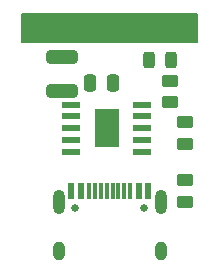
<source format=gbr>
%TF.GenerationSoftware,KiCad,Pcbnew,7.0.9-1.fc38*%
%TF.CreationDate,2024-01-22T08:05:40+08:00*%
%TF.ProjectId,PD_Decoy,50445f44-6563-46f7-992e-6b696361645f,rev?*%
%TF.SameCoordinates,Original*%
%TF.FileFunction,Soldermask,Top*%
%TF.FilePolarity,Negative*%
%FSLAX46Y46*%
G04 Gerber Fmt 4.6, Leading zero omitted, Abs format (unit mm)*
G04 Created by KiCad (PCBNEW 7.0.9-1.fc38) date 2024-01-22 08:05:40*
%MOMM*%
%LPD*%
G01*
G04 APERTURE LIST*
G04 Aperture macros list*
%AMRoundRect*
0 Rectangle with rounded corners*
0 $1 Rounding radius*
0 $2 $3 $4 $5 $6 $7 $8 $9 X,Y pos of 4 corners*
0 Add a 4 corners polygon primitive as box body*
4,1,4,$2,$3,$4,$5,$6,$7,$8,$9,$2,$3,0*
0 Add four circle primitives for the rounded corners*
1,1,$1+$1,$2,$3*
1,1,$1+$1,$4,$5*
1,1,$1+$1,$6,$7*
1,1,$1+$1,$8,$9*
0 Add four rect primitives between the rounded corners*
20,1,$1+$1,$2,$3,$4,$5,0*
20,1,$1+$1,$4,$5,$6,$7,0*
20,1,$1+$1,$6,$7,$8,$9,0*
20,1,$1+$1,$8,$9,$2,$3,0*%
G04 Aperture macros list end*
%ADD10RoundRect,0.250000X-0.250000X-0.475000X0.250000X-0.475000X0.250000X0.475000X-0.250000X0.475000X0*%
%ADD11C,0.650000*%
%ADD12R,0.600000X1.450000*%
%ADD13R,0.300000X1.450000*%
%ADD14O,1.000000X2.100000*%
%ADD15O,1.000000X1.600000*%
%ADD16RoundRect,0.243750X0.243750X0.456250X-0.243750X0.456250X-0.243750X-0.456250X0.243750X-0.456250X0*%
%ADD17RoundRect,0.250000X-0.450000X0.262500X-0.450000X-0.262500X0.450000X-0.262500X0.450000X0.262500X0*%
%ADD18RoundRect,0.250000X0.450000X-0.262500X0.450000X0.262500X-0.450000X0.262500X-0.450000X-0.262500X0*%
%ADD19R,2.100000X3.300000*%
%ADD20R,1.500000X0.600000*%
%ADD21RoundRect,0.250000X-1.075000X0.312500X-1.075000X-0.312500X1.075000X-0.312500X1.075000X0.312500X0*%
G04 APERTURE END LIST*
D10*
%TO.C,C1*%
X18168000Y-18070000D03*
X20068000Y-18070000D03*
%TD*%
D11*
%TO.C,J1*%
X16926000Y-28644000D03*
X22706000Y-28644000D03*
D12*
X16566000Y-27199000D03*
X17366000Y-27199000D03*
D13*
X18566000Y-27199000D03*
X19566000Y-27199000D03*
X20066000Y-27199000D03*
X21066000Y-27199000D03*
D12*
X22266000Y-27199000D03*
X23066000Y-27199000D03*
X23066000Y-27199000D03*
X22266000Y-27199000D03*
D13*
X21566000Y-27199000D03*
X20566000Y-27199000D03*
X19066000Y-27199000D03*
X18066000Y-27199000D03*
D12*
X17366000Y-27199000D03*
X16566000Y-27199000D03*
D14*
X15496000Y-28114000D03*
D15*
X15496000Y-32294000D03*
D14*
X24136000Y-28114000D03*
D15*
X24136000Y-32294000D03*
%TD*%
D16*
%TO.C,D1*%
X24991000Y-16079000D03*
X23116000Y-16079000D03*
%TD*%
D17*
%TO.C,R4*%
X26164000Y-26278000D03*
X26164000Y-28103000D03*
%TD*%
D18*
%TO.C,R2*%
X24894000Y-19682000D03*
X24894000Y-17857000D03*
%TD*%
%TO.C,R3*%
X26164000Y-23197000D03*
X26164000Y-21372000D03*
%TD*%
D19*
%TO.C,U1*%
X19560000Y-21880000D03*
D20*
X16559746Y-19880000D03*
X16559746Y-20880000D03*
X16559746Y-21880000D03*
X16559746Y-22880000D03*
X16559746Y-23880000D03*
X22559746Y-23880000D03*
X22560000Y-22880000D03*
X22560000Y-21880000D03*
X22560000Y-20880000D03*
X22559746Y-19880000D03*
%TD*%
D21*
%TO.C,R1*%
X15750000Y-15825000D03*
X15750000Y-18750000D03*
%TD*%
G36*
X27250039Y-12161685D02*
G01*
X27295794Y-12214489D01*
X27307000Y-12266000D01*
X27307000Y-14558000D01*
X27287315Y-14625039D01*
X27234511Y-14670794D01*
X27183000Y-14682000D01*
X12426000Y-14682000D01*
X12358961Y-14662315D01*
X12313206Y-14609511D01*
X12302000Y-14558000D01*
X12302000Y-12266000D01*
X12321685Y-12198961D01*
X12374489Y-12153206D01*
X12426000Y-12142000D01*
X27183000Y-12142000D01*
X27250039Y-12161685D01*
G37*
M02*

</source>
